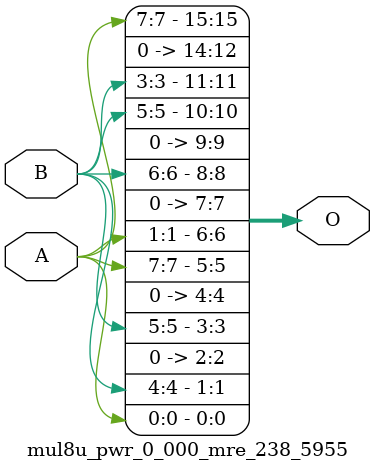
<source format=v>
/***
* This code is a part of ApproxLib library (ehw.fit.vutbr.cz/approxlib) distributed under a XXXX public license.
* When used, please cite the following article: tbd 
* This file is pareto optimal sub-set in the pwr and mre parameters
***/

module mul8u_pwr_0_000_mre_238_5955 (
    A,
    B,
    O
);

input [7:0] A;
input [7:0] B;
output [15:0] O;



assign O[15] = A[7];
assign O[14] = 1'b0;
assign O[13] = 1'b0;
assign O[12] = 1'b0;
assign O[11] = B[3];
assign O[10] = B[5];
assign O[9] = 1'b0;
assign O[8] = B[6];
assign O[7] = 1'b0;
assign O[6] = A[1];
assign O[5] = A[7];
assign O[4] = 1'b0;
assign O[3] = B[5];
assign O[2] = 1'b0;
assign O[1] = B[4];
assign O[0] = A[0];

endmodule



// internal reference: cgp-approx14.08.mul8u_pwr_0_000_mre_238_5955


</source>
